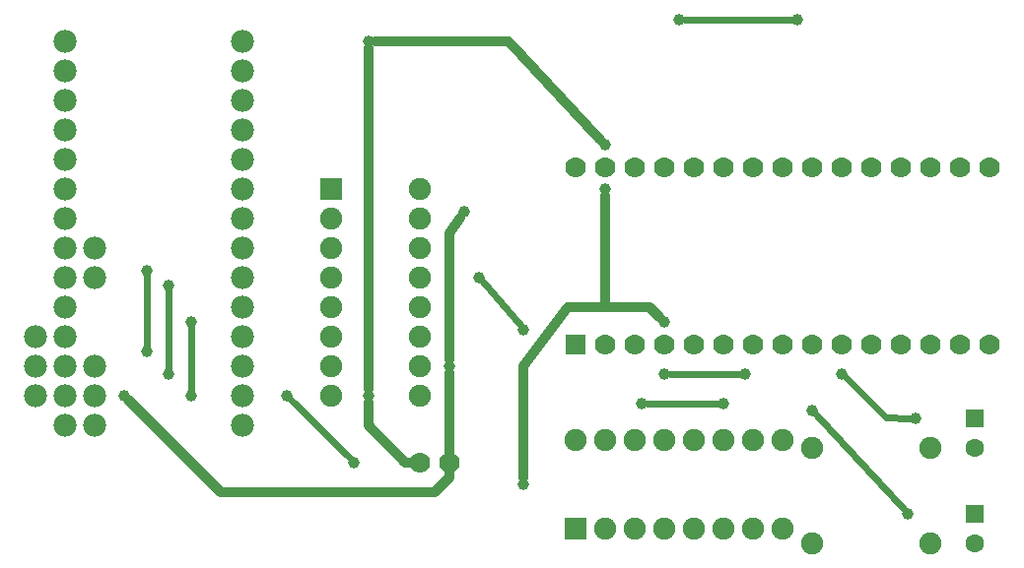
<source format=gtl>
G04 MADE WITH FRITZING*
G04 WWW.FRITZING.ORG*
G04 DOUBLE SIDED*
G04 HOLES PLATED*
G04 CONTOUR ON CENTER OF CONTOUR VECTOR*
%ASAXBY*%
%FSLAX23Y23*%
%MOIN*%
%OFA0B0*%
%SFA1.0B1.0*%
%ADD10C,0.070000*%
%ADD11C,0.078000*%
%ADD12C,0.075000*%
%ADD13C,0.039370*%
%ADD14C,0.062992*%
%ADD15R,0.070000X0.069972*%
%ADD16R,0.075000X0.075000*%
%ADD17R,0.062992X0.062992*%
%ADD18C,0.032000*%
%ADD19C,0.024000*%
%LNCOPPER1*%
G90*
G70*
G54D10*
X2126Y1039D03*
X2226Y1039D03*
X2326Y1039D03*
X2426Y1039D03*
X2526Y1039D03*
X2626Y1039D03*
X2726Y1039D03*
X2826Y1039D03*
X2926Y1039D03*
X3026Y1039D03*
X3126Y1039D03*
X3226Y1039D03*
X3326Y1039D03*
X3426Y1039D03*
X3526Y1039D03*
X2126Y1639D03*
X2226Y1639D03*
X2326Y1639D03*
X2426Y1639D03*
X2526Y1639D03*
X2626Y1639D03*
X2726Y1639D03*
X2826Y1639D03*
X2926Y1639D03*
X3026Y1639D03*
X3126Y1639D03*
X3226Y1639D03*
X3326Y1639D03*
X3426Y1639D03*
X3526Y1639D03*
G54D11*
X1001Y2064D03*
X1001Y1964D03*
X1001Y1864D03*
X1001Y1764D03*
X1001Y1664D03*
X1001Y1564D03*
X1001Y1464D03*
X1001Y1364D03*
X1001Y1264D03*
X1001Y1164D03*
X1001Y1064D03*
X1001Y964D03*
X401Y2064D03*
X401Y1964D03*
X401Y1864D03*
X401Y1764D03*
X401Y1664D03*
X401Y1564D03*
X401Y1464D03*
X401Y1364D03*
X401Y1264D03*
X401Y1164D03*
X401Y1064D03*
X401Y964D03*
G54D10*
X1701Y639D03*
X1600Y639D03*
G54D11*
X401Y764D03*
X401Y864D03*
X1001Y764D03*
X1001Y864D03*
X301Y964D03*
X301Y1064D03*
X301Y864D03*
X501Y1364D03*
X501Y1264D03*
G54D12*
X1301Y1564D03*
X1601Y1564D03*
X1301Y1464D03*
X1601Y1464D03*
X1301Y1364D03*
X1601Y1364D03*
X1301Y1264D03*
X1601Y1264D03*
X1301Y1164D03*
X1601Y1164D03*
X1301Y1064D03*
X1601Y1064D03*
X1301Y964D03*
X1601Y964D03*
X1301Y864D03*
X1601Y864D03*
X2126Y414D03*
X2126Y714D03*
X2226Y414D03*
X2226Y714D03*
X2326Y414D03*
X2326Y714D03*
X2426Y414D03*
X2426Y714D03*
X2526Y414D03*
X2526Y714D03*
X2626Y414D03*
X2626Y714D03*
X2726Y414D03*
X2726Y714D03*
X2826Y414D03*
X2826Y714D03*
G54D11*
X501Y764D03*
X501Y964D03*
X501Y864D03*
G54D13*
X2426Y939D03*
X2701Y939D03*
X2626Y839D03*
X2351Y839D03*
X1426Y864D03*
X1701Y964D03*
X1376Y639D03*
X2876Y2139D03*
X2476Y2139D03*
X1801Y1264D03*
X1951Y1089D03*
X826Y864D03*
X826Y1114D03*
X751Y939D03*
X751Y1239D03*
X676Y1289D03*
X676Y1014D03*
X601Y864D03*
X1426Y2064D03*
X1951Y564D03*
X1151Y864D03*
X2426Y1114D03*
X1751Y1489D03*
X2226Y1714D03*
X2226Y1564D03*
G54D12*
X2926Y364D03*
X3326Y364D03*
G54D14*
X3476Y463D03*
X3476Y364D03*
X3476Y788D03*
X3476Y689D03*
G54D12*
X2926Y689D03*
X3326Y689D03*
G54D13*
X3026Y939D03*
X3276Y789D03*
X2926Y814D03*
X3251Y464D03*
G54D15*
X2126Y1039D03*
G54D16*
X1301Y1564D03*
X2126Y414D03*
G54D17*
X3476Y463D03*
X3476Y788D03*
G54D18*
X1651Y539D02*
X1701Y589D01*
D02*
X1701Y589D02*
X1701Y608D01*
D02*
X614Y851D02*
X926Y539D01*
D02*
X926Y539D02*
X1651Y539D01*
G54D19*
D02*
X2445Y939D02*
X2682Y939D01*
D02*
X2607Y839D02*
X2370Y839D01*
G54D18*
D02*
X1426Y2040D02*
X1426Y889D01*
D02*
X1701Y940D02*
X1701Y671D01*
D02*
X1426Y840D02*
X1426Y764D01*
D02*
X1551Y639D02*
X1569Y639D01*
D02*
X1426Y764D02*
X1551Y639D01*
G54D19*
D02*
X1164Y851D02*
X1362Y653D01*
D02*
X2495Y2139D02*
X2857Y2139D01*
D02*
X1938Y1104D02*
X1813Y1250D01*
D02*
X826Y1095D02*
X826Y883D01*
D02*
X751Y1220D02*
X751Y958D01*
D02*
X676Y1033D02*
X676Y1270D01*
G54D18*
D02*
X1450Y2064D02*
X1901Y2064D01*
D02*
X1901Y2064D02*
X2209Y1732D01*
D02*
X1951Y964D02*
X1951Y589D01*
D02*
X2226Y1164D02*
X2101Y1164D01*
D02*
X2101Y1164D02*
X1951Y964D01*
D02*
X2376Y1164D02*
X2226Y1164D01*
D02*
X2408Y1132D02*
X2376Y1164D01*
D02*
X2226Y1164D02*
X2226Y1540D01*
D02*
X2376Y1164D02*
X2226Y1164D01*
D02*
X2408Y1132D02*
X2376Y1164D01*
D02*
X1701Y1414D02*
X1737Y1469D01*
D02*
X1701Y989D02*
X1701Y1414D01*
G54D19*
D02*
X3175Y790D02*
X3039Y926D01*
D02*
X3257Y789D02*
X3175Y790D01*
D02*
X3238Y478D02*
X2939Y800D01*
G04 End of Copper1*
M02*
</source>
